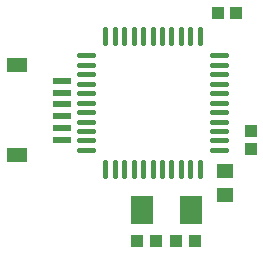
<source format=gbp>
G04 ---------------------------- Layer name :BOTTOM PASTER LAYER*
G04 EasyEDA v5.6.15, Thu, 26 Jul 2018 23:14:09 GMT*
G04 c86fb450fb884ade9fd06fb8d4d9ff78*
G04 Gerber Generator version 0.2*
G04 Scale: 100 percent, Rotated: No, Reflected: No *
G04 Dimensions in inches *
G04 leading zeros omitted , absolute positions ,2 integer and 4 decimal *
%FSLAX24Y24*%
%MOIN*%
G90*
G70D02*

%ADD18R,0.039370X0.043307*%
%ADD21R,0.043307X0.039370*%
%ADD26R,0.057870X0.045670*%
%ADD34C,0.016535*%
%ADD35R,0.074803X0.094488*%
%ADD36R,0.059055X0.023600*%
%ADD37R,0.070866X0.047200*%

%LPD*%
G54D34*
G01X7391Y7284D02*
G01X6926Y7284D01*
G01X7391Y6969D02*
G01X6926Y6969D01*
G01X7391Y6654D02*
G01X6926Y6654D01*
G01X7391Y6339D02*
G01X6926Y6339D01*
G01X7391Y6024D02*
G01X6926Y6024D01*
G01X7391Y5709D02*
G01X6926Y5709D01*
G01X7391Y5394D02*
G01X6926Y5394D01*
G01X7391Y5079D02*
G01X6926Y5079D01*
G01X7391Y4764D02*
G01X6926Y4764D01*
G01X7391Y4449D02*
G01X6926Y4449D01*
G01X7391Y4134D02*
G01X6926Y4134D01*
G01X6509Y3252D02*
G01X6509Y3717D01*
G01X6194Y3252D02*
G01X6194Y3717D01*
G01X5879Y3252D02*
G01X5879Y3717D01*
G01X5564Y3252D02*
G01X5564Y3717D01*
G01X5249Y3252D02*
G01X5249Y3717D01*
G01X4934Y3252D02*
G01X4934Y3717D01*
G01X4619Y3252D02*
G01X4619Y3717D01*
G01X4304Y3252D02*
G01X4304Y3717D01*
G01X3989Y3252D02*
G01X3989Y3717D01*
G01X3674Y3252D02*
G01X3674Y3717D01*
G01X3359Y3252D02*
G01X3359Y3717D01*
G01X2942Y4134D02*
G01X2477Y4134D01*
G01X2942Y4449D02*
G01X2477Y4449D01*
G01X2942Y4764D02*
G01X2477Y4764D01*
G01X2942Y5079D02*
G01X2477Y5079D01*
G01X2942Y5394D02*
G01X2477Y5394D01*
G01X2942Y5709D02*
G01X2477Y5709D01*
G01X2942Y6024D02*
G01X2477Y6024D01*
G01X2942Y6339D02*
G01X2477Y6339D01*
G01X2942Y6654D02*
G01X2477Y6654D01*
G01X2942Y6969D02*
G01X2477Y6969D01*
G01X2942Y7284D02*
G01X2477Y7284D01*
G01X3359Y7701D02*
G01X3359Y8165D01*
G01X3674Y7701D02*
G01X3674Y8165D01*
G01X3989Y7701D02*
G01X3989Y8165D01*
G01X4304Y7701D02*
G01X4304Y8165D01*
G01X4619Y7701D02*
G01X4619Y8165D01*
G01X4934Y7701D02*
G01X4934Y8165D01*
G01X5249Y7701D02*
G01X5249Y8165D01*
G01X5564Y7701D02*
G01X5564Y8165D01*
G01X5879Y7701D02*
G01X5879Y8165D01*
G01X6194Y7701D02*
G01X6194Y8165D01*
G01X6509Y7701D02*
G01X6509Y8165D01*
G54D18*
G01X5053Y1083D03*
G01X4423Y1083D03*
G01X5715Y1084D03*
G01X6345Y1084D03*
G54D35*
G01X6209Y2134D03*
G01X4595Y2134D03*
G54D36*
G01X1928Y6436D03*
G54D37*
G01X413Y6948D03*
G01X413Y3955D03*
G54D36*
G01X1928Y6042D03*
G01X1928Y5648D03*
G01X1928Y5255D03*
G01X1928Y4467D03*
G01X1928Y4861D03*
G54D26*
G01X7359Y3434D03*
G01X7359Y2634D03*
G54D18*
G01X7732Y8713D03*
G01X7103Y8713D03*
G54D21*
G01X8209Y4778D03*
G01X8209Y4148D03*
M00*
M02*

</source>
